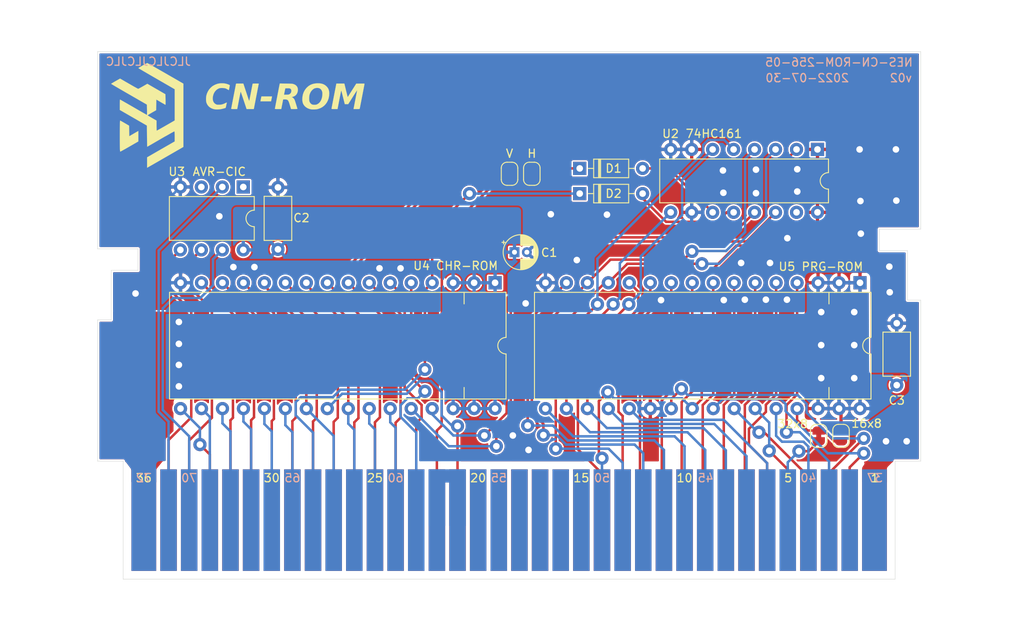
<source format=kicad_pcb>
(kicad_pcb (version 20171130) (host pcbnew "(5.1.9)-1")
  (title_block (title "NES-CN-ROM-256-05 PCB") (date 2022-07-30) (rev v02) (comment 1 "License: https://creativecommons.org/licenses/by-sa/4.0/") (comment 4 "Author: G. Thompson"))
  (layers (0 F.Cu signal) (31 B.Cu signal) (34 B.Paste user) (35 F.Paste user) (36 B.SilkS user) (37 F.SilkS user) (38 B.Mask user) (39 F.Mask user) (44 Edge.Cuts user))
  (net 0 "")
  (net 1 +5V)
  (net 2 GND)
  (net 3 "Net-(D1-Pad2)")
  (net 4 PPU_A10)
  (net 5 PPU_A12)
  (net 6 "Net-(D2-Pad2)")
  (net 7 CPU_A11)
  (net 8 CPU_A10)
  (net 9 CPU_A9)
  (net 10 CPU_A8)
  (net 11 CPU_A7)
  (net 12 CPU_A6)
  (net 13 CPU_A5)
  (net 14 CPU_A4)
  (net 15 CPU_A3)
  (net 16 CPU_A2)
  (net 17 CPU_A1)
  (net 18 CPU_A0)
  (net 19 CPU_RW)
  (net 20 PPU_RD)
  (net 21 CIRAM_A10)
  (net 22 PPU_A6)
  (net 23 PPU_A5)
  (net 24 PPU_A4)
  (net 25 PPU_A3)
  (net 26 PPU_A2)
  (net 27 PPU_A1)
  (net 28 PPU_A0)
  (net 29 PPU_AD0)
  (net 30 PPU_AD1)
  (net 31 PPU_AD2)
  (net 32 PPU_AD3)
  (net 33 CIC_OUT)
  (net 34 CIC_IN)
  (net 35 CIC_CLK)
  (net 36 CIC_RST)
  (net 37 PPU_AD4)
  (net 38 PPU_AD5)
  (net 39 PPU_AD6)
  (net 40 PPU_AD7)
  (net 41 PPU_A13)
  (net 42 PPU_A11)
  (net 43 PPU_A9)
  (net 44 PPU_A8)
  (net 45 PPU_A7)
  (net 46 ROMSEL)
  (net 47 CPU_D0)
  (net 48 CPU_D1)
  (net 49 CPU_D2)
  (net 50 CPU_D3)
  (net 51 CPU_D4)
  (net 52 CPU_D5)
  (net 53 CPU_D6)
  (net 54 CPU_D7)
  (net 55 CPU_A14)
  (net 56 CPU_A13)
  (net 57 CPU_A12)
  (net 58 /PRG_A14)
  (net 59 /CHR_A13)
  (net 60 /CHR_A14)
  (net 61 "Net-(EDGE1-Pad57)")
  (module logo:cnrom_text (layer F.Cu) (at 136 66.45)
    (fp_text reference G3 hide)
    (fp_text value LOGO hide)
  )
  (module logo:flash_logo (layer F.Cu) (at 119.4 69.45)
    (fp_text reference G1 hide)
    (fp_text value LOGO hide)
  )
  (module logo:flash_negative_logo (layer F.Cu) (at 119.4 69.45)
    (fp_text reference G2 hide)
    (fp_text value LOGO hide)
  )
  (module nes_cartridge:cartridge_edge_72 (layer F.Cu) (at 116.5 125)
    (fp_text reference EDGE1)
    (fp_text value "Cartridge Connector")
    (pad 38 smd rect (at 88 -7.15) (size 2 12.3) (layers B.Cu))
    (pad 39 smd rect (at 85.5 -7.15) (size 2 12.3) (layers B.Cu) (net 57 CPU_A12))
    (pad 40 smd rect (at 83 -7.15) (size 2 12.3) (layers B.Cu) (net 56 CPU_A13))
    (pad 41 smd rect (at 80.5 -7.15) (size 2 12.3) (layers B.Cu) (net 55 CPU_A14))
    (pad 42 smd rect (at 78 -7.15) (size 2 12.3) (layers B.Cu) (net 54 CPU_D7))
    (pad 43 smd rect (at 75.5 -7.15) (size 2 12.3) (layers B.Cu) (net 53 CPU_D6))
    (pad 44 smd rect (at 73 -7.15) (size 2 12.3) (layers B.Cu) (net 52 CPU_D5))
    (pad 45 smd rect (at 70.5 -7.15) (size 2 12.3) (layers B.Cu) (net 51 CPU_D4))
    (pad 46 smd rect (at 68 -7.15) (size 2 12.3) (layers B.Cu) (net 50 CPU_D3))
    (pad 47 smd rect (at 65.5 -7.15) (size 2 12.3) (layers B.Cu) (net 49 CPU_D2))
    (pad 48 smd rect (at 63 -7.15) (size 2 12.3) (layers B.Cu) (net 48 CPU_D1))
    (pad 49 smd rect (at 60.5 -7.15) (size 2 12.3) (layers B.Cu) (net 47 CPU_D0))
    (pad 50 smd rect (at 58 -7.15) (size 2 12.3) (layers B.Cu) (net 46 ROMSEL))
    (pad 51 smd rect (at 55.5 -7.15) (size 2 12.3) (layers B.Cu))
    (pad 52 smd rect (at 53 -7.15) (size 2 12.3) (layers B.Cu))
    (pad 53 smd rect (at 50.5 -7.15) (size 2 12.3) (layers B.Cu))
    (pad 54 smd rect (at 48 -7.15) (size 2 12.3) (layers B.Cu))
    (pad 55 smd rect (at 45.5 -7.15) (size 2 12.3) (layers B.Cu))
    (pad 56 smd rect (at 43 -7.15) (size 2 12.3) (layers B.Cu))
    (pad 57 smd rect (at 40.5 -7.15) (size 2 12.3) (layers B.Cu) (net 61 "Net-(EDGE1-Pad57)"))
    (pad 58 smd rect (at 38 -7.15) (size 2 12.3) (layers B.Cu) (net 61 "Net-(EDGE1-Pad57)"))
    (pad 59 smd rect (at 35.5 -7.15) (size 2 12.3) (layers B.Cu) (net 45 PPU_A7))
    (pad 60 smd rect (at 33 -7.15) (size 2 12.3) (layers B.Cu) (net 44 PPU_A8))
    (pad 61 smd rect (at 30.5 -7.15) (size 2 12.3) (layers B.Cu) (net 43 PPU_A9))
    (pad 62 smd rect (at 28 -7.15) (size 2 12.3) (layers B.Cu) (net 42 PPU_A11))
    (pad 63 smd rect (at 25.5 -7.15) (size 2 12.3) (layers B.Cu) (net 4 PPU_A10))
    (pad 64 smd rect (at 23 -7.15) (size 2 12.3) (layers B.Cu) (net 5 PPU_A12))
    (pad 65 smd rect (at 20.5 -7.15) (size 2 12.3) (layers B.Cu) (net 41 PPU_A13))
    (pad 66 smd rect (at 18 -7.15) (size 2 12.3) (layers B.Cu) (net 40 PPU_AD7))
    (pad 67 smd rect (at 15.5 -7.15) (size 2 12.3) (layers B.Cu) (net 39 PPU_AD6))
    (pad 68 smd rect (at 13 -7.15) (size 2 12.3) (layers B.Cu) (net 38 PPU_AD5))
    (pad 69 smd rect (at 10.5 -7.15) (size 2 12.3) (layers B.Cu) (net 37 PPU_AD4))
    (pad 70 smd rect (at 8 -7.15) (size 2 12.3) (layers B.Cu) (net 36 CIC_RST))
    (pad 71 smd rect (at 5.5 -7.15) (size 2 12.3) (layers B.Cu) (net 35 CIC_CLK))
    (pad 37 smd rect (at 91 -7.15) (size 3 12.3) (layers B.Cu))
    (pad 1 smd rect (at 91 -7.15) (size 3 12.3) (layers F.Cu) (net 2 GND))
    (pad 35 smd rect (at 5.5 -7.15 180) (size 2 12.3) (layers F.Cu) (net 34 CIC_IN))
    (pad 34 smd rect (at 8 -7.15 180) (size 2 12.3) (layers F.Cu) (net 33 CIC_OUT))
    (pad 33 smd rect (at 10.5 -7.15 180) (size 2 12.3) (layers F.Cu) (net 32 PPU_AD3))
    (pad 32 smd rect (at 13 -7.15 180) (size 2 12.3) (layers F.Cu) (net 31 PPU_AD2))
    (pad 31 smd rect (at 15.5 -7.15 180) (size 2 12.3) (layers F.Cu) (net 30 PPU_AD1))
    (pad 30 smd rect (at 18 -7.15 180) (size 2 12.3) (layers F.Cu) (net 29 PPU_AD0))
    (pad 29 smd rect (at 20.5 -7.15 180) (size 2 12.3) (layers F.Cu) (net 28 PPU_A0))
    (pad 28 smd rect (at 23 -7.15 180) (size 2 12.3) (layers F.Cu) (net 27 PPU_A1))
    (pad 27 smd rect (at 25.5 -7.15 180) (size 2 12.3) (layers F.Cu) (net 26 PPU_A2))
    (pad 26 smd rect (at 28 -7.15 180) (size 2 12.3) (layers F.Cu) (net 25 PPU_A3))
    (pad 25 smd rect (at 30.5 -7.15 180) (size 2 12.3) (layers F.Cu) (net 24 PPU_A4))
    (pad 24 smd rect (at 33 -7.15 180) (size 2 12.3) (layers F.Cu) (net 23 PPU_A5))
    (pad 23 smd rect (at 35.5 -7.15 180) (size 2 12.3) (layers F.Cu) (net 22 PPU_A6))
    (pad 22 smd rect (at 38 -7.15 180) (size 2 12.3) (layers F.Cu) (net 21 CIRAM_A10))
    (pad 21 smd rect (at 40.5 -7.15 180) (size 2 12.3) (layers F.Cu) (net 20 PPU_RD))
    (pad 20 smd rect (at 43 -7.15 180) (size 2 12.3) (layers F.Cu))
    (pad 19 smd rect (at 45.5 -7.15 180) (size 2 12.3) (layers F.Cu))
    (pad 18 smd rect (at 48 -7.15 180) (size 2 12.3) (layers F.Cu))
    (pad 17 smd rect (at 50.5 -7.15 180) (size 2 12.3) (layers F.Cu))
    (pad 16 smd rect (at 53 -7.15 180) (size 2 12.3) (layers F.Cu))
    (pad 15 smd rect (at 55.5 -7.15 180) (size 2 12.3) (layers F.Cu))
    (pad 14 smd rect (at 58 -7.15 180) (size 2 12.3) (layers F.Cu) (net 19 CPU_RW))
    (pad 13 smd rect (at 60.5 -7.15 180) (size 2 12.3) (layers F.Cu) (net 18 CPU_A0))
    (pad 12 smd rect (at 63 -7.15 180) (size 2 12.3) (layers F.Cu) (net 17 CPU_A1))
    (pad 11 smd rect (at 65.5 -7.15 180) (size 2 12.3) (layers F.Cu) (net 16 CPU_A2))
    (pad 10 smd rect (at 68 -7.15 180) (size 2 12.3) (layers F.Cu) (net 15 CPU_A3))
    (pad 9 smd rect (at 70.5 -7.15 180) (size 2 12.3) (layers F.Cu) (net 14 CPU_A4))
    (pad 8 smd rect (at 73 -7.15 180) (size 2 12.3) (layers F.Cu) (net 13 CPU_A5))
    (pad 7 smd rect (at 75.5 -7.15 180) (size 2 12.3) (layers F.Cu) (net 12 CPU_A6))
    (pad 6 smd rect (at 78 -7.15 180) (size 2 12.3) (layers F.Cu) (net 11 CPU_A7))
    (pad 5 smd rect (at 80.5 -7.15 180) (size 2 12.3) (layers F.Cu) (net 10 CPU_A8))
    (pad 4 smd rect (at 83 -7.15 180) (size 2 12.3) (layers F.Cu) (net 9 CPU_A9))
    (pad 3 smd rect (at 85.5 -7.15 180) (size 2 12.3) (layers F.Cu) (net 8 CPU_A10))
    (pad 2 smd rect (at 88 -7.15 180) (size 2 12.3) (layers F.Cu) (net 7 CPU_A11))
    (pad 36 smd rect (at 2.5 -7.15) (size 3 12.3) (layers F.Cu) (net 1 +5V))
    (pad 72 smd rect (at 2.5 -7.15) (size 3 12.3) (layers B.Cu) (net 2 GND))
  )
  (module Capacitor_THT:CP_Radial_D4.0mm_P1.50mm (layer F.Cu) (at 163.9 85.4)
    (fp_text reference C1 (at 4.2 0.05) (layer F.SilkS))
    (fp_text value 22uF)
    (pad 1 thru_hole rect (at 0 0) (size 1.2 1.2) (drill 0.6) (layers *.Cu *.Mask) (net 1 +5V))
    (pad 2 thru_hole circle (at 1.5 0) (size 1.2 1.2) (drill 0.6) (layers *.Cu *.Mask) (net 2 GND))
  )
  (module Capacitor_THT:C_Axial_L5.1mm_D3.1mm_P7.50mm_Horizontal (layer F.Cu) (at 135.25 85.05 90)
    (fp_text reference C2 (at 3.8 2.85 180) (layer F.SilkS))
    (fp_text value 10nF)
    (pad 2 thru_hole oval (at 7.5 0 90) (size 1.6 1.6) (drill 0.8) (layers *.Cu *.Mask) (net 2 GND))
    (pad 1 thru_hole circle (at 0 0 90) (size 1.6 1.6) (drill 0.8) (layers *.Cu *.Mask) (net 1 +5V))
  )
  (module Capacitor_THT:C_Axial_L5.1mm_D3.1mm_P7.50mm_Horizontal (layer F.Cu) (at 210.2 101.5 90)
    (fp_text reference C3 (at -1.85 0 180) (layer F.SilkS))
    (fp_text value 10nF)
    (pad 1 thru_hole circle (at 0 0 90) (size 1.6 1.6) (drill 0.8) (layers *.Cu *.Mask) (net 1 +5V))
    (pad 2 thru_hole oval (at 7.5 0 90) (size 1.6 1.6) (drill 0.8) (layers *.Cu *.Mask) (net 2 GND))
  )
  (module Diode_THT:D_DO-35_SOD27_P7.62mm_Horizontal (layer F.Cu) (at 171.8 75.25)
    (fp_text reference D1 (at 4.1 0) (layer F.SilkS))
    (fp_text value 1N4148)
    (pad 2 thru_hole oval (at 7.62 0) (size 1.6 1.6) (drill 0.8) (layers *.Cu *.Mask) (net 3 "Net-(D1-Pad2)"))
    (pad 1 thru_hole rect (at 0 0) (size 1.6 1.6) (drill 0.8) (layers *.Cu *.Mask) (net 4 PPU_A10))
  )
  (module Diode_THT:D_DO-35_SOD27_P7.62mm_Horizontal (layer F.Cu) (at 171.8 78.3)
    (fp_text reference D2 (at 4.1 0) (layer F.SilkS))
    (fp_text value 1N4148)
    (pad 1 thru_hole rect (at 0 0) (size 1.6 1.6) (drill 0.8) (layers *.Cu *.Mask) (net 5 PPU_A12))
    (pad 2 thru_hole oval (at 7.62 0) (size 1.6 1.6) (drill 0.8) (layers *.Cu *.Mask) (net 6 "Net-(D2-Pad2)"))
  )
  (module Package_DIP:DIP-16_W7.62mm (layer F.Cu) (at 200.6 72.95 270)
    (fp_text reference U2 (at -1.9 17.8 180) (layer F.SilkS))
    (fp_text value 74HC161 (at -1.9 12.55 180) (layer F.SilkS))
    (pad 16 thru_hole oval (at 7.62 0 270) (size 1.6 1.6) (drill 0.8) (layers *.Cu *.Mask) (net 1 +5V))
    (pad 8 thru_hole oval (at 0 17.78 270) (size 1.6 1.6) (drill 0.8) (layers *.Cu *.Mask) (net 2 GND))
    (pad 15 thru_hole oval (at 7.62 2.54 270) (size 1.6 1.6) (drill 0.8) (layers *.Cu *.Mask))
    (pad 7 thru_hole oval (at 0 15.24 270) (size 1.6 1.6) (drill 0.8) (layers *.Cu *.Mask) (net 2 GND))
    (pad 14 thru_hole oval (at 7.62 5.08 270) (size 1.6 1.6) (drill 0.8) (layers *.Cu *.Mask) (net 59 /CHR_A13))
    (pad 6 thru_hole oval (at 0 12.7 270) (size 1.6 1.6) (drill 0.8) (layers *.Cu *.Mask) (net 52 CPU_D5))
    (pad 13 thru_hole oval (at 7.62 7.62 270) (size 1.6 1.6) (drill 0.8) (layers *.Cu *.Mask) (net 60 /CHR_A14))
    (pad 5 thru_hole oval (at 0 10.16 270) (size 1.6 1.6) (drill 0.8) (layers *.Cu *.Mask) (net 51 CPU_D4))
    (pad 12 thru_hole oval (at 7.62 10.16 270) (size 1.6 1.6) (drill 0.8) (layers *.Cu *.Mask) (net 6 "Net-(D2-Pad2)"))
    (pad 4 thru_hole oval (at 0 7.62 270) (size 1.6 1.6) (drill 0.8) (layers *.Cu *.Mask) (net 48 CPU_D1))
    (pad 11 thru_hole oval (at 7.62 12.7 270) (size 1.6 1.6) (drill 0.8) (layers *.Cu *.Mask) (net 3 "Net-(D1-Pad2)"))
    (pad 3 thru_hole oval (at 0 5.08 270) (size 1.6 1.6) (drill 0.8) (layers *.Cu *.Mask) (net 47 CPU_D0))
    (pad 10 thru_hole oval (at 7.62 15.24 270) (size 1.6 1.6) (drill 0.8) (layers *.Cu *.Mask) (net 2 GND))
    (pad 2 thru_hole oval (at 0 2.54 270) (size 1.6 1.6) (drill 0.8) (layers *.Cu *.Mask) (net 46 ROMSEL))
    (pad 9 thru_hole oval (at 7.62 17.78 270) (size 1.6 1.6) (drill 0.8) (layers *.Cu *.Mask) (net 19 CPU_RW))
    (pad 1 thru_hole rect (at 0 0 270) (size 1.6 1.6) (drill 0.8) (layers *.Cu *.Mask) (net 1 +5V))
  )
  (module Package_DIP:DIP-8_W7.62mm (layer F.Cu) (at 131.05 77.5 270)
    (fp_text reference U3 (at -1.85 8.05 180) (layer F.SilkS))
    (fp_text value ATtiny13A-PU)
    (pad 1 thru_hole rect (at 0 0 270) (size 1.6 1.6) (drill 0.8) (layers *.Cu *.Mask))
    (pad 5 thru_hole oval (at 7.62 7.62 270) (size 1.6 1.6) (drill 0.8) (layers *.Cu *.Mask) (net 34 CIC_IN))
    (pad 2 thru_hole oval (at 0 2.54 270) (size 1.6 1.6) (drill 0.8) (layers *.Cu *.Mask) (net 35 CIC_CLK))
    (pad 6 thru_hole oval (at 7.62 5.08 270) (size 1.6 1.6) (drill 0.8) (layers *.Cu *.Mask) (net 33 CIC_OUT))
    (pad 3 thru_hole oval (at 0 5.08 270) (size 1.6 1.6) (drill 0.8) (layers *.Cu *.Mask))
    (pad 7 thru_hole oval (at 7.62 2.54 270) (size 1.6 1.6) (drill 0.8) (layers *.Cu *.Mask) (net 36 CIC_RST))
    (pad 4 thru_hole oval (at 0 7.62 270) (size 1.6 1.6) (drill 0.8) (layers *.Cu *.Mask) (net 2 GND))
    (pad 8 thru_hole oval (at 7.62 0 270) (size 1.6 1.6) (drill 0.8) (layers *.Cu *.Mask) (net 1 +5V))
  )
  (module Jumper:SolderJumper-2_P1.3mm_Bridged_RoundedPad1.0x1.5mm (layer F.Cu) (at 200.75 107.65 90)
    (fp_text reference JP1)
    (fp_text value 32x8 (at 1.45 -3.15 180) (layer F.SilkS))
    (fp_poly (pts (xy 0.25 -0.3) (xy -0.25 -0.3) (xy -0.25 0.3) (xy 0.25 0.3)) (layer F.Cu) (width 0))
    (pad 2 smd custom (at 0.65 0 90) (size 1 0.5) (layers F.Cu F.Mask) (net 58 /PRG_A14) (options (clearance outline) (anchor rect)) (primitives (gr_circle (center 0 0.25) (end 0.5 0.25) (width 0)) (gr_circle (center 0 -0.25) (end 0.5 -0.25) (width 0)) (gr_poly (pts (xy 0 -0.75) (xy -0.5 -0.75) (xy -0.5 0.75) (xy 0 0.75)) (width 0))))
    (pad 1 smd custom (at -0.65 0 90) (size 1 0.5) (layers F.Cu F.Mask) (net 55 CPU_A14) (options (clearance outline) (anchor rect)) (primitives (gr_circle (center 0 0.25) (end 0.5 0.25) (width 0)) (gr_circle (center 0 -0.25) (end 0.5 -0.25) (width 0)) (gr_poly (pts (xy 0 -0.75) (xy 0.5 -0.75) (xy 0.5 0.75) (xy 0 0.75)) (width 0))))
  )
  (module Jumper:SolderJumper-2_P1.3mm_Open_RoundedPad1.0x1.5mm (layer F.Cu) (at 203.45 107.65 270)
    (fp_text reference JP2)
    (fp_text value 16x8 (at -1.5 -3.1 180) (layer F.SilkS))
    (pad 1 smd custom (at -0.65 0 270) (size 1 0.5) (layers F.Cu F.Mask) (net 1 +5V) (options (clearance outline) (anchor rect)) (primitives (gr_circle (center 0 0.25) (end 0.5 0.25) (width 0)) (gr_circle (center 0 -0.25) (end 0.5 -0.25) (width 0)) (gr_poly (pts (xy 0 -0.75) (xy 0.5 -0.75) (xy 0.5 0.75) (xy 0 0.75)) (width 0))))
    (pad 2 smd custom (at 0.65 0 270) (size 1 0.5) (layers F.Cu F.Mask) (net 58 /PRG_A14) (options (clearance outline) (anchor rect)) (primitives (gr_circle (center 0 0.25) (end 0.5 0.25) (width 0)) (gr_circle (center 0 -0.25) (end 0.5 -0.25) (width 0)) (gr_poly (pts (xy 0 -0.75) (xy -0.5 -0.75) (xy -0.5 0.75) (xy 0 0.75)) (width 0))))
  )
  (module Jumper:SolderJumper-2_P1.3mm_Open_RoundedPad1.0x1.5mm (layer F.Cu) (at 166 75.9 270)
    (fp_text reference JP3)
    (fp_text value H (at -2.45 0 180) (layer F.SilkS))
    (pad 1 smd custom (at -0.65 0 270) (size 1 0.5) (layers F.Cu F.Mask) (net 4 PPU_A10) (options (clearance outline) (anchor rect)) (primitives (gr_circle (center 0 0.25) (end 0.5 0.25) (width 0)) (gr_circle (center 0 -0.25) (end 0.5 -0.25) (width 0)) (gr_poly (pts (xy 0 -0.75) (xy 0.5 -0.75) (xy 0.5 0.75) (xy 0 0.75)) (width 0))))
    (pad 2 smd custom (at 0.65 0 270) (size 1 0.5) (layers F.Cu F.Mask) (net 21 CIRAM_A10) (options (clearance outline) (anchor rect)) (primitives (gr_circle (center 0 0.25) (end 0.5 0.25) (width 0)) (gr_circle (center 0 -0.25) (end 0.5 -0.25) (width 0)) (gr_poly (pts (xy 0 -0.75) (xy -0.5 -0.75) (xy -0.5 0.75) (xy 0 0.75)) (width 0))))
  )
  (module Jumper:SolderJumper-2_P1.3mm_Open_RoundedPad1.0x1.5mm (layer F.Cu) (at 163.3 75.9 270)
    (fp_text reference JP4)
    (fp_text value V (at -2.45 0 180) (layer F.SilkS))
    (pad 1 smd custom (at -0.65 0 270) (size 1 0.5) (layers F.Cu F.Mask) (net 42 PPU_A11) (options (clearance outline) (anchor rect)) (primitives (gr_circle (center 0 0.25) (end 0.5 0.25) (width 0)) (gr_circle (center 0 -0.25) (end 0.5 -0.25) (width 0)) (gr_poly (pts (xy 0 -0.75) (xy 0.5 -0.75) (xy 0.5 0.75) (xy 0 0.75)) (width 0))))
    (pad 2 smd custom (at 0.65 0 270) (size 1 0.5) (layers F.Cu F.Mask) (net 21 CIRAM_A10) (options (clearance outline) (anchor rect)) (primitives (gr_circle (center 0 0.25) (end 0.5 0.25) (width 0)) (gr_circle (center 0 -0.25) (end 0.5 -0.25) (width 0)) (gr_poly (pts (xy 0 -0.75) (xy -0.5 -0.75) (xy -0.5 0.75) (xy 0 0.75)) (width 0))))
  )
  (module Package_DIP:DIP-32_W15.24mm (layer F.Cu) (at 161.55 89.1 270)
    (fp_text reference U4 (at -2.05 8.9 180) (layer F.SilkS))
    (fp_text value CHR-ROM (at -2.05 3.4) (layer F.SilkS))
    (pad 1 thru_hole rect (at 0 0 270) (size 1.6 1.6) (drill 0.8) (layers *.Cu *.Mask) (net 1 +5V))
    (pad 17 thru_hole oval (at 15.24 38.1 270) (size 1.6 1.6) (drill 0.8) (layers *.Cu *.Mask) (net 32 PPU_AD3))
    (pad 2 thru_hole oval (at 0 2.54 270) (size 1.6 1.6) (drill 0.8) (layers *.Cu *.Mask) (net 1 +5V))
    (pad 18 thru_hole oval (at 15.24 35.56 270) (size 1.6 1.6) (drill 0.8) (layers *.Cu *.Mask) (net 37 PPU_AD4))
    (pad 3 thru_hole oval (at 0 5.08 270) (size 1.6 1.6) (drill 0.8) (layers *.Cu *.Mask) (net 1 +5V))
    (pad 19 thru_hole oval (at 15.24 33.02 270) (size 1.6 1.6) (drill 0.8) (layers *.Cu *.Mask) (net 38 PPU_AD5))
    (pad 4 thru_hole oval (at 0 7.62 270) (size 1.6 1.6) (drill 0.8) (layers *.Cu *.Mask) (net 5 PPU_A12))
    (pad 20 thru_hole oval (at 15.24 30.48 270) (size 1.6 1.6) (drill 0.8) (layers *.Cu *.Mask) (net 39 PPU_AD6))
    (pad 5 thru_hole oval (at 0 10.16 270) (size 1.6 1.6) (drill 0.8) (layers *.Cu *.Mask) (net 45 PPU_A7))
    (pad 21 thru_hole oval (at 15.24 27.94 270) (size 1.6 1.6) (drill 0.8) (layers *.Cu *.Mask) (net 40 PPU_AD7))
    (pad 6 thru_hole oval (at 0 12.7 270) (size 1.6 1.6) (drill 0.8) (layers *.Cu *.Mask) (net 22 PPU_A6))
    (pad 22 thru_hole oval (at 15.24 25.4 270) (size 1.6 1.6) (drill 0.8) (layers *.Cu *.Mask) (net 41 PPU_A13))
    (pad 7 thru_hole oval (at 0 15.24 270) (size 1.6 1.6) (drill 0.8) (layers *.Cu *.Mask) (net 23 PPU_A5))
    (pad 23 thru_hole oval (at 15.24 22.86 270) (size 1.6 1.6) (drill 0.8) (layers *.Cu *.Mask) (net 4 PPU_A10))
    (pad 8 thru_hole oval (at 0 17.78 270) (size 1.6 1.6) (drill 0.8) (layers *.Cu *.Mask) (net 24 PPU_A4))
    (pad 24 thru_hole oval (at 15.24 20.32 270) (size 1.6 1.6) (drill 0.8) (layers *.Cu *.Mask) (net 20 PPU_RD))
    (pad 9 thru_hole oval (at 0 20.32 270) (size 1.6 1.6) (drill 0.8) (layers *.Cu *.Mask) (net 25 PPU_A3))
    (pad 25 thru_hole oval (at 15.24 17.78 270) (size 1.6 1.6) (drill 0.8) (layers *.Cu *.Mask) (net 42 PPU_A11))
    (pad 10 thru_hole oval (at 0 22.86 270) (size 1.6 1.6) (drill 0.8) (layers *.Cu *.Mask) (net 26 PPU_A2))
    (pad 26 thru_hole oval (at 15.24 15.24 270) (size 1.6 1.6) (drill 0.8) (layers *.Cu *.Mask) (net 43 PPU_A9))
    (pad 11 thru_hole oval (at 0 25.4 270) (size 1.6 1.6) (drill 0.8) (layers *.Cu *.Mask) (net 27 PPU_A1))
    (pad 27 thru_hole oval (at 15.24 12.7 270) (size 1.6 1.6) (drill 0.8) (layers *.Cu *.Mask) (net 44 PPU_A8))
    (pad 12 thru_hole oval (at 0 27.94 270) (size 1.6 1.6) (drill 0.8) (layers *.Cu *.Mask) (net 28 PPU_A0))
    (pad 28 thru_hole oval (at 15.24 10.16 270) (size 1.6 1.6) (drill 0.8) (layers *.Cu *.Mask) (net 59 /CHR_A13))
    (pad 13 thru_hole oval (at 0 30.48 270) (size 1.6 1.6) (drill 0.8) (layers *.Cu *.Mask) (net 29 PPU_AD0))
    (pad 29 thru_hole oval (at 15.24 7.62 270) (size 1.6 1.6) (drill 0.8) (layers *.Cu *.Mask) (net 60 /CHR_A14))
    (pad 14 thru_hole oval (at 0 33.02 270) (size 1.6 1.6) (drill 0.8) (layers *.Cu *.Mask) (net 30 PPU_AD1))
    (pad 30 thru_hole oval (at 15.24 5.08 270) (size 1.6 1.6) (drill 0.8) (layers *.Cu *.Mask) (net 1 +5V))
    (pad 15 thru_hole oval (at 0 35.56 270) (size 1.6 1.6) (drill 0.8) (layers *.Cu *.Mask) (net 31 PPU_AD2))
    (pad 31 thru_hole oval (at 15.24 2.54 270) (size 1.6 1.6) (drill 0.8) (layers *.Cu *.Mask) (net 1 +5V))
    (pad 16 thru_hole oval (at 0 38.1 270) (size 1.6 1.6) (drill 0.8) (layers *.Cu *.Mask) (net 2 GND))
    (pad 32 thru_hole oval (at 15.24 0 270) (size 1.6 1.6) (drill 0.8) (layers *.Cu *.Mask) (net 1 +5V))
  )
  (module Package_DIP:DIP-32_W15.24mm (layer F.Cu) (at 205.75 89.1 270)
    (fp_text reference U5 (at -1.95 8.85 180) (layer F.SilkS))
    (fp_text value PRG-ROM (at -1.95 3.35 180) (layer F.SilkS))
    (pad 32 thru_hole oval (at 15.24 0 270) (size 1.6 1.6) (drill 0.8) (layers *.Cu *.Mask) (net 1 +5V))
    (pad 16 thru_hole oval (at 0 38.1 270) (size 1.6 1.6) (drill 0.8) (layers *.Cu *.Mask) (net 2 GND))
    (pad 31 thru_hole oval (at 15.24 2.54 270) (size 1.6 1.6) (drill 0.8) (layers *.Cu *.Mask) (net 1 +5V))
    (pad 15 thru_hole oval (at 0 35.56 270) (size 1.6 1.6) (drill 0.8) (layers *.Cu *.Mask) (net 49 CPU_D2))
    (pad 30 thru_hole oval (at 15.24 5.08 270) (size 1.6 1.6) (drill 0.8) (layers *.Cu *.Mask) (net 1 +5V))
    (pad 14 thru_hole oval (at 0 33.02 270) (size 1.6 1.6) (drill 0.8) (layers *.Cu *.Mask) (net 48 CPU_D1))
    (pad 29 thru_hole oval (at 15.24 7.62 270) (size 1.6 1.6) (drill 0.8) (layers *.Cu *.Mask) (net 58 /PRG_A14))
    (pad 13 thru_hole oval (at 0 30.48 270) (size 1.6 1.6) (drill 0.8) (layers *.Cu *.Mask) (net 47 CPU_D0))
    (pad 28 thru_hole oval (at 15.24 10.16 270) (size 1.6 1.6) (drill 0.8) (layers *.Cu *.Mask) (net 56 CPU_A13))
    (pad 12 thru_hole oval (at 0 27.94 270) (size 1.6 1.6) (drill 0.8) (layers *.Cu *.Mask) (net 18 CPU_A0))
    (pad 27 thru_hole oval (at 15.24 12.7 270) (size 1.6 1.6) (drill 0.8) (layers *.Cu *.Mask) (net 10 CPU_A8))
    (pad 11 thru_hole oval (at 0 25.4 270) (size 1.6 1.6) (drill 0.8) (layers *.Cu *.Mask) (net 17 CPU_A1))
    (pad 26 thru_hole oval (at 15.24 15.24 270) (size 1.6 1.6) (drill 0.8) (layers *.Cu *.Mask) (net 9 CPU_A9))
    (pad 10 thru_hole oval (at 0 22.86 270) (size 1.6 1.6) (drill 0.8) (layers *.Cu *.Mask) (net 16 CPU_A2))
    (pad 25 thru_hole oval (at 15.24 17.78 270) (size 1.6 1.6) (drill 0.8) (layers *.Cu *.Mask) (net 7 CPU_A11))
    (pad 9 thru_hole oval (at 0 20.32 270) (size 1.6 1.6) (drill 0.8) (layers *.Cu *.Mask) (net 15 CPU_A3))
    (pad 24 thru_hole oval (at 15.24 20.32 270) (size 1.6 1.6) (drill 0.8) (layers *.Cu *.Mask) (net 46 ROMSEL))
    (pad 8 thru_hole oval (at 0 17.78 270) (size 1.6 1.6) (drill 0.8) (layers *.Cu *.Mask) (net 14 CPU_A4))
    (pad 23 thru_hole oval (at 15.24 22.86 270) (size 1.6 1.6) (drill 0.8) (layers *.Cu *.Mask) (net 8 CPU_A10))
    (pad 7 thru_hole oval (at 0 15.24 270) (size 1.6 1.6) (drill 0.8) (layers *.Cu *.Mask) (net 13 CPU_A5))
    (pad 22 thru_hole oval (at 15.24 25.4 270) (size 1.6 1.6) (drill 0.8) (layers *.Cu *.Mask) (net 2 GND))
    (pad 6 thru_hole oval (at 0 12.7 270) (size 1.6 1.6) (drill 0.8) (layers *.Cu *.Mask) (net 12 CPU_A6))
    (pad 21 thru_hole oval (at 15.24 27.94 270) (size 1.6 1.6) (drill 0.8) (layers *.Cu *.Mask) (net 54 CPU_D7))
    (pad 5 thru_hole oval (at 0 10.16 270) (size 1.6 1.6) (drill 0.8) (layers *.Cu *.Mask) (net 11 CPU_A7))
    (pad 20 thru_hole oval (at 15.24 30.48 270) (size 1.6 1.6) (drill 0.8) (layers *.Cu *.Mask) (net 53 CPU_D6))
    (pad 4 thru_hole oval (at 0 7.62 270) (size 1.6 1.6) (drill 0.8) (layers *.Cu *.Mask) (net 57 CPU_A12))
    (pad 19 thru_hole oval (at 15.24 33.02 270) (size 1.6 1.6) (drill 0.8) (layers *.Cu *.Mask) (net 52 CPU_D5))
    (pad 3 thru_hole oval (at 0 5.08 270) (size 1.6 1.6) (drill 0.8) (layers *.Cu *.Mask) (net 1 +5V))
    (pad 18 thru_hole oval (at 15.24 35.56 270) (size 1.6 1.6) (drill 0.8) (layers *.Cu *.Mask) (net 51 CPU_D4))
    (pad 2 thru_hole oval (at 0 2.54 270) (size 1.6 1.6) (drill 0.8) (layers *.Cu *.Mask) (net 1 +5V))
    (pad 17 thru_hole oval (at 15.24 38.1 270) (size 1.6 1.6) (drill 0.8) (layers *.Cu *.Mask) (net 50 CPU_D3))
    (pad 1 thru_hole rect (at 0 0 270) (size 1.6 1.6) (drill 0.8) (layers *.Cu *.Mask) (net 1 +5V))
  )
  (gr_text 2022-07-30 (at 199.35 64.3) (layer B.SilkS) (effects (font (size 1 1)) (justify mirror)))
  (gr_line (start 201.99 90.26) (end 201.99 91.66) (layer F.SilkS) (width 0.12))
  (gr_line (start 201.99 101.78) (end 201.99 103.18) (layer F.SilkS) (width 0.12))
  (gr_line (start 157.8 101.78) (end 157.8 103.18) (layer F.SilkS) (width 0.12))
  (gr_line (start 157.8 90.26) (end 157.8 91.66) (layer F.SilkS) (width 0.12))
  (gr_line (start 113.4 85) (end 113.4 61.1) (layer Edge.Cuts) (width 0.05))
  (gr_line (start 113.4 85) (end 118.3 85) (layer Edge.Cuts) (width 0.05))
  (gr_text v02 (at 210.7 64.3) (layer B.SilkS) (effects (font (size 1 1)) (justify mirror)))
  (gr_text JLCJLCJLCJLC (at 119.55 62.3) (layer B.SilkS) (effects (font (size 1 1)) (justify mirror)))
  (gr_text NES-CN-ROM-256-05 (at 203.2 62.4) (layer B.SilkS) (effects (font (size 1 1)) (justify mirror)))
  (gr_text 70 (at 124.5 112.75) (layer B.SilkS) (effects (font (size 1 1)) (justify mirror)))
  (gr_text 65 (at 137 112.75) (layer B.SilkS) (effects (font (size 1 1)) (justify mirror)))
  (gr_text 60 (at 149.5 112.75) (layer B.SilkS) (effects (font (size 1 1)) (justify mirror)))
  (gr_text 55 (at 162 112.75) (layer B.SilkS) (effects (font (size 1 1)) (justify mirror)))
  (gr_text 50 (at 174.5 112.75) (layer B.SilkS) (effects (font (size 1 1)) (justify mirror)))
  (gr_text 45 (at 187.05 112.75) (layer B.SilkS) (effects (font (size 1 1)) (justify mirror)))
  (gr_text 40 (at 199.5 112.75) (layer B.SilkS) (effects (font (size 1 1)) (justify mirror)))
  (gr_text 37 (at 207.55 112.75) (layer B.SilkS) (effects (font (size 1 1)) (justify mirror)))
  (gr_text 72 (at 119 112.75) (layer B.SilkS) (effects (font (size 1 1)) (justify mirror)))
  (gr_text 36 (at 119 112.75) (layer F.SilkS) (effects (font (size 1 1))))
  (gr_text 30 (at 134.5 112.75) (layer F.SilkS) (effects (font (size 1 1))))
  (gr_text 25 (at 147 112.75) (layer F.SilkS) (effects (font (size 1 1))))
  (gr_text 20 (at 159.5 112.75) (layer F.SilkS) (effects (font (size 1 1))))
  (gr_text 15 (at 172 112.75) (layer F.SilkS) (effects (font (size 1 1))))
  (gr_text 10 (at 184.5 112.75) (layer F.SilkS) (effects (font (size 1 1))))
  (gr_text 1 (at 207.55 112.75) (layer F.SilkS) (effects (font (size 1 1))))
  (gr_text 5 (at 197.05 112.75) (layer F.SilkS) (effects (font (size 1 1))))
  (gr_text AVR-CIC (at 128.15 75.65) (layer F.SilkS) (effects (font (size 1 1))))
  (gr_line (start 113.4 110.7) (end 116.5 110.7) (layer Edge.Cuts) (width 0.05))
  (gr_line (start 113.4 93.6) (end 113.4 110.7) (layer Edge.Cuts) (width 0.05))
  (gr_line (start 115.05 93.6) (end 113.4 93.6) (layer Edge.Cuts) (width 0.05))
  (gr_line (start 115.05 87.6) (end 115.05 93.6) (layer Edge.Cuts) (width 0.05))
  (gr_line (start 118.3 87.6) (end 115.05 87.6) (layer Edge.Cuts) (width 0.05))
  (gr_line (start 118.3 85) (end 118.3 87.6) (layer Edge.Cuts) (width 0.05))
  (gr_line (start 213.1 61.1) (end 113.4 61.1) (layer Edge.Cuts) (width 0.05))
  (gr_line (start 213.1 82.6) (end 213.1 61.1) (layer Edge.Cuts) (width 0.05))
  (gr_line (start 208.1 82.6) (end 213.1 82.6) (layer Edge.Cuts) (width 0.05))
  (gr_line (start 208.1 85.2) (end 208.1 82.6) (layer Edge.Cuts) (width 0.05))
  (gr_line (start 211.5 85.2) (end 208.1 85.2) (layer Edge.Cuts) (width 0.05))
  (gr_line (start 211.5 91.2) (end 211.5 85.2) (layer Edge.Cuts) (width 0.05))
  (gr_line (start 213.1 91.2) (end 211.5 91.2) (layer Edge.Cuts) (width 0.05))
  (gr_line (start 213.1 110.7) (end 213.1 91.2) (layer Edge.Cuts) (width 0.05))
  (gr_line (start 210 110.7) (end 213.1 110.7) (layer Edge.Cuts) (width 0.05))
  (gr_line (start 210 125) (end 210 110.7) (layer Edge.Cuts) (width 0.05))
  (gr_line (start 116.5 125) (end 210 125) (layer Edge.Cuts) (width 0.05))
  (gr_line (start 116.5 110.7) (end 116.5 125) (layer Edge.Cuts) (width 0.05))
  (via (at 123.25 93.85) (size 1.6) (drill 0.8) (layers F.Cu B.Cu) (net 1))
  (via (at 123.25 96.5) (size 1.6) (drill 0.8) (layers F.Cu B.Cu) (net 1))
  (via (at 123.25 99.05) (size 1.6) (drill 0.8) (layers F.Cu B.Cu) (net 1))
  (via (at 123.25 101.65) (size 1.6) (drill 0.8) (layers F.Cu B.Cu) (net 1))
  (segment (start 119 98.1) (end 123.25 93.85) (width 1.4) (layer F.Cu) (net 1))
  (segment (start 119 117.85) (end 119 98.1) (width 1.4) (layer F.Cu) (net 1))
  (via (at 201.05 92.65) (size 1.6) (drill 0.8) (layers F.Cu B.Cu) (net 1))
  (via (at 205.05 92.65) (size 1.6) (drill 0.8) (layers F.Cu B.Cu) (net 1))
  (via (at 201.05 96.65) (size 1.6) (drill 0.8) (layers F.Cu B.Cu) (net 1))
  (via (at 205.05 96.65) (size 1.6) (drill 0.8) (layers F.Cu B.Cu) (net 1))
  (via (at 201.05 100.65) (size 1.6) (drill 0.8) (layers F.Cu B.Cu) (net 1))
  (via (at 205.05 100.65) (size 1.6) (drill 0.8) (layers F.Cu B.Cu) (net 1))
  (segment (start 203.45 107) (end 203.33 107) (width 0.518) (layer F.Cu) (net 1))
  (segment (start 203.45 104.58) (end 203.21 104.34) (width 0.4) (layer F.Cu) (net 1))
  (segment (start 203.45 107) (end 203.45 104.58) (width 0.4) (layer F.Cu) (net 1))
  (via (at 181.65 91.2) (size 1.6) (drill 0.8) (layers F.Cu B.Cu) (net 2))
  (segment (start 119 81.93) (end 123.43 77.5) (width 0.3) (layer B.Cu) (net 2))
  (segment (start 119 117.85) (end 119 81.93) (width 0.3) (layer B.Cu) (net 2))
  (via (at 198.15 75.35) (size 1.6) (drill 0.8) (layers F.Cu B.Cu) (net 2))
  (via (at 198.15 78.05) (size 1.6) (drill 0.8) (layers F.Cu B.Cu) (net 2))
  (via (at 196.95 83.7) (size 1.6) (drill 0.8) (layers F.Cu B.Cu) (net 2))
  (via (at 194.85 86.7) (size 1.6) (drill 0.8) (layers F.Cu B.Cu) (net 2))
  (via (at 191.35 86.7) (size 1.6) (drill 0.8) (layers F.Cu B.Cu) (net 2))
  (via (at 163.7 107.6) (size 1.6) (drill 0.8) (layers F.Cu B.Cu) (net 2))
  (via (at 165.6 109.35) (size 1.6) (drill 0.8) (layers F.Cu B.Cu) (net 2))
  (via (at 118 90.4) (size 1.6) (drill 0.8) (layers F.Cu B.Cu) (net 2))
  (via (at 150.1 87.35) (size 1.6) (drill 0.8) (layers F.Cu B.Cu) (net 2))
  (via (at 171.45 86.35) (size 1.6) (drill 0.8) (layers F.Cu B.Cu) (net 2))
  (via (at 129.85 87.2) (size 1.6) (drill 0.8) (layers F.Cu B.Cu) (net 2))
  (via (at 132.4 87.2) (size 1.6) (drill 0.8) (layers F.Cu B.Cu) (net 2))
  (via (at 128.15 81.05) (size 1.6) (drill 0.8) (layers F.Cu B.Cu) (net 2))
  (via (at 189.15 75.5) (size 1.6) (drill 0.8) (layers F.Cu B.Cu) (net 2))
  (via (at 189.2 78.2) (size 1.6) (drill 0.8) (layers F.Cu B.Cu) (net 2))
  (via (at 189.25 91.2) (size 1.6) (drill 0.8) (layers F.Cu B.Cu) (net 2))
  (via (at 191.8 91.15) (size 1.6) (drill 0.8) (layers F.Cu B.Cu) (net 2))
  (via (at 194.35 91.15) (size 1.6) (drill 0.8) (layers F.Cu B.Cu) (net 2))
  (via (at 196.9 91.15) (size 1.6) (drill 0.8) (layers F.Cu B.Cu) (net 2))
  (via (at 193.15 75.4) (size 1.6) (drill 0.8) (layers F.Cu B.Cu) (net 2))
  (via (at 193.15 78.25) (size 1.6) (drill 0.8) (layers F.Cu B.Cu) (net 2))
  (via (at 165.25 91.6) (size 1.6) (drill 0.8) (layers F.Cu B.Cu) (net 2))
  (via (at 208.9 108.3) (size 1.6) (drill 0.8) (layers F.Cu B.Cu) (net 2))
  (via (at 211.4 108.3) (size 1.6) (drill 0.8) (layers F.Cu B.Cu) (net 2))
  (via (at 209.3 87.15) (size 1.6) (drill 0.8) (layers F.Cu B.Cu) (net 2))
  (via (at 209.35 90.25) (size 1.6) (drill 0.8) (layers F.Cu B.Cu) (net 2))
  (via (at 205.85 83.15) (size 1.6) (drill 0.8) (layers F.Cu B.Cu) (net 2))
  (via (at 205.8 79.2) (size 1.6) (drill 0.8) (layers F.Cu B.Cu) (net 2))
  (via (at 210.15 79.15) (size 1.6) (drill 0.8) (layers F.Cu B.Cu) (net 2))
  (via (at 210.1 72.95) (size 1.6) (drill 0.8) (layers F.Cu B.Cu) (net 2))
  (via (at 205.7 72.95) (size 1.6) (drill 0.8) (layers F.Cu B.Cu) (net 2))
  (via (at 147.55 87.35) (size 1.6) (drill 0.8) (layers F.Cu B.Cu) (net 2))
  (segment (start 207.5 117.85) (end 207.5 111.3) (width 0.3) (layer F.Cu) (net 2))
  (segment (start 208.9 109.9) (end 208.9 108.3) (width 0.3) (layer F.Cu) (net 2))
  (segment (start 207.5 111.3) (end 208.9 109.9) (width 0.3) (layer F.Cu) (net 2))
  (via (at 168.3 80.8) (size 1.6) (drill 0.8) (layers F.Cu B.Cu) (net 2))
  (via (at 175.1 80.85) (size 1.6) (drill 0.8) (layers F.Cu B.Cu) (net 2))
  (segment (start 182.58 75.25) (end 179.42 75.25) (width 0.3) (layer F.Cu) (net 3))
  (segment (start 187.9 80.57) (end 182.58 75.25) (width 0.3) (layer F.Cu) (net 3))
  (segment (start 142 107.65) (end 138.69 104.34) (width 0.3) (layer B.Cu) (net 4))
  (segment (start 142 117.85) (end 142 107.65) (width 0.3) (layer B.Cu) (net 4))
  (segment (start 166 75.25) (end 171.8 75.25) (width 0.3) (layer F.Cu) (net 4))
  (segment (start 143.7 87.2) (end 156.95 73.95) (width 0.3) (layer F.Cu) (net 4))
  (segment (start 136.1 87.2) (end 143.7 87.2) (width 0.3) (layer F.Cu) (net 4))
  (segment (start 134.9 88.4) (end 136.1 87.2) (width 0.3) (layer F.Cu) (net 4))
  (segment (start 134.9 89.552002) (end 134.9 88.4) (width 0.3) (layer F.Cu) (net 4))
  (segment (start 164.7 73.95) (end 166 75.25) (width 0.3) (layer F.Cu) (net 4))
  (segment (start 138.69 93.342002) (end 134.9 89.552002) (width 0.3) (layer F.Cu) (net 4))
  (segment (start 156.95 73.95) (end 164.7 73.95) (width 0.3) (layer F.Cu) (net 4))
  (segment (start 138.69 104.34) (end 138.69 93.342002) (width 0.3) (layer F.Cu) (net 4))
  (segment (start 139.5 117.85) (end 139.5 107.25) (width 0.3) (layer B.Cu) (net 5))
  (segment (start 139.5 107.25) (end 137.4 105.15) (width 0.3) (layer B.Cu) (net 5))
  (segment (start 137.4 105.15) (end 137.4 103.927998) (width 0.3) (layer B.Cu) (net 5))
  (segment (start 137.4 103.927998) (end 137.4 103.55) (width 0.3) (layer B.Cu) (net 5))
  (segment (start 138 102.95) (end 141.91288 102.95) (width 0.3) (layer B.Cu) (net 5))
  (segment (start 137.4 103.55) (end 138 102.95) (width 0.3) (layer B.Cu) (net 5))
  (segment (start 142.81289 102.04999) (end 150.64289 102.04999) (width 0.3) (layer B.Cu) (net 5))
  (segment (start 141.91288 102.95) (end 142.81289 102.04999) (width 0.3) (layer B.Cu) (net 5))
  (via (at 153.05 99.6) (size 1.6) (drill 0.8) (layers F.Cu B.Cu) (net 5))
  (segment (start 153.05 99.64288) (end 153.05 99.6) (width 0.3) (layer B.Cu) (net 5))
  (segment (start 150.64289 102.04999) (end 153.05 99.64288) (width 0.3) (layer B.Cu) (net 5))
  (segment (start 153.05 89.98) (end 153.93 89.1) (width 0.3) (layer F.Cu) (net 5))
  (segment (start 153.05 99.6) (end 153.05 89.98) (width 0.3) (layer F.Cu) (net 5))
  (via (at 158.45 78.3) (size 1.6) (drill 0.8) (layers F.Cu B.Cu) (net 5))
  (segment (start 153.93 82.82) (end 158.45 78.3) (width 0.3) (layer F.Cu) (net 5))
  (segment (start 153.93 89.1) (end 153.93 82.82) (width 0.3) (layer F.Cu) (net 5))
  (segment (start 158.45 78.3) (end 171.8 78.3) (width 0.3) (layer B.Cu) (net 5))
  (segment (start 179.42 78.872002) (end 179.42 78.3) (width 0.3) (layer F.Cu) (net 6))
  (segment (start 182.267999 81.720001) (end 179.42 78.872002) (width 0.3) (layer F.Cu) (net 6))
  (segment (start 188.452001 81.720001) (end 182.267999 81.720001) (width 0.3) (layer F.Cu) (net 6))
  (segment (start 189.602002 80.57) (end 188.452001 81.720001) (width 0.3) (layer F.Cu) (net 6))
  (segment (start 190.44 80.57) (end 189.602002 80.57) (width 0.3) (layer F.Cu) (net 6))
  (via (at 206.2 109.75) (size 1.6) (drill 0.8) (layers F.Cu B.Cu) (net 7))
  (segment (start 204.5 111.45) (end 206.2 109.75) (width 0.3) (layer F.Cu) (net 7))
  (segment (start 204.5 117.85) (end 204.5 111.45) (width 0.3) (layer F.Cu) (net 7))
  (segment (start 189.120001 103.189999) (end 187.97 104.34) (width 0.3) (layer B.Cu) (net 7))
  (segment (start 196.142001 103.189999) (end 189.120001 103.189999) (width 0.3) (layer B.Cu) (net 7))
  (segment (start 196.740001 103.787999) (end 196.142001 103.189999) (width 0.3) (layer B.Cu) (net 7))
  (segment (start 196.740001 104.652003) (end 196.740001 103.787999) (width 0.3) (layer B.Cu) (net 7))
  (segment (start 201.837998 109.75) (end 196.740001 104.652003) (width 0.3) (layer B.Cu) (net 7))
  (segment (start 206.2 109.75) (end 201.837998 109.75) (width 0.3) (layer B.Cu) (net 7))
  (via (at 206.2 107.949997) (size 1.6) (drill 0.8) (layers F.Cu B.Cu) (net 8))
  (segment (start 202 112.149997) (end 206.2 107.949997) (width 0.3) (layer F.Cu) (net 8))
  (segment (start 202 117.85) (end 202 112.149997) (width 0.3) (layer F.Cu) (net 8))
  (via (at 184.126827 101.946827) (size 1.6) (drill 0.8) (layers F.Cu B.Cu) (net 8))
  (segment (start 182.89 103.183654) (end 182.89 104.34) (width 0.3) (layer F.Cu) (net 8))
  (segment (start 184.126827 101.946827) (end 182.89 103.183654) (width 0.3) (layer F.Cu) (net 8))
  (segment (start 198.181991 102.689989) (end 184.869989 102.689989) (width 0.3) (layer B.Cu) (net 8))
  (segment (start 199.280001 103.787999) (end 198.181991 102.689989) (width 0.3) (layer B.Cu) (net 8))
  (segment (start 199.280001 104.830001) (end 199.280001 103.787999) (width 0.3) (layer B.Cu) (net 8))
  (segment (start 184.869989 102.689989) (end 184.126827 101.946827) (width 0.3) (layer B.Cu) (net 8))
  (segment (start 202.399997 107.949997) (end 199.280001 104.830001) (width 0.3) (layer B.Cu) (net 8))
  (segment (start 206.2 107.949997) (end 202.399997 107.949997) (width 0.3) (layer B.Cu) (net 8))
  (via (at 193.509174 107.209174) (size 1.6) (drill 0.8) (layers F.Cu B.Cu) (net 9))
  (segment (start 194.139176 107.209174) (end 193.509174 107.209174) (width 0.3) (layer F.Cu) (net 9))
  (segment (start 199.5 112.569998) (end 194.139176 107.209174) (width 0.3) (layer F.Cu) (net 9))
  (segment (start 199.5 117.85) (end 199.5 112.569998) (width 0.3) (layer F.Cu) (net 9))
  (segment (start 193.379174 107.209174) (end 190.51 104.34) (width 0.3) (layer B.Cu) (net 9))
  (segment (start 193.509174 107.209174) (end 193.379174 107.209174) (width 0.3) (layer B.Cu) (net 9))
  (via (at 194.751828 109.448172) (size 1.6) (drill 0.8) (layers F.Cu B.Cu) (net 10))
  (segment (start 197 111.696344) (end 194.751828 109.448172) (width 0.3) (layer F.Cu) (net 10))
  (segment (start 197 117.85) (end 197 111.696344) (width 0.3) (layer F.Cu) (net 10))
  (segment (start 194.751828 106.041828) (end 193.05 104.34) (width 0.3) (layer B.Cu) (net 10))
  (segment (start 194.751828 109.448172) (end 194.751828 106.041828) (width 0.3) (layer B.Cu) (net 10))
  (segment (start 194.5 117.65) (end 194.35 117.5) (width 0.3) (layer F.Cu) (net 11))
  (segment (start 194.5 117.85) (end 194.5 117.65) (width 0.3) (layer F.Cu) (net 11))
  (segment (start 195.59 102.637998) (end 195.59 89.1) (width 0.3) (layer F.Cu) (net 11))
  (segment (start 194.35 103.877998) (end 195.59 102.637998) (width 0.3) (layer F.Cu) (net 11))
  (segment (start 194.35 104.742002) (end 192.30001 106.791992) (width 0.3) (layer F.Cu) (net 11))
  (segment (start 194.35 103.877998) (end 194.35 104.742002) (width 0.3) (layer F.Cu) (net 11))
  (segment (start 192.30001 106.791992) (end 192.30001 108.75001) (width 0.3) (layer F.Cu) (net 11))
  (segment (start 194.5 110.95) (end 194.5 117.85) (width 0.3) (layer F.Cu) (net 11))
  (segment (start 192.30001 108.75001) (end 194.5 110.95) (width 0.3) (layer F.Cu) (net 11))
  (segment (start 192 117.15) (end 191.8 116.95) (width 0.3) (layer F.Cu) (net 12))
  (segment (start 192 117.85) (end 192 117.15) (width 0.3) (layer F.Cu) (net 12))
  (segment (start 193.05 102.637998) (end 193.05 89.1) (width 0.3) (layer F.Cu) (net 12))
  (segment (start 191.8 103.887998) (end 193.05 102.637998) (width 0.3) (layer F.Cu) (net 12))
  (segment (start 191.8 116.95) (end 191.8 103.887998) (width 0.3) (layer F.Cu) (net 12))
  (segment (start 189.5 113.5) (end 189.25 113.25) (width 0.3) (layer F.Cu) (net 13))
  (segment (start 189.5 117.85) (end 189.5 113.5) (width 0.3) (layer F.Cu) (net 13))
  (segment (start 190.51 102.637998) (end 190.51 89.1) (width 0.3) (layer F.Cu) (net 13))
  (segment (start 189.25 103.897998) (end 190.51 102.637998) (width 0.3) (layer F.Cu) (net 13))
  (segment (start 189.25 113.25) (end 189.25 103.897998) (width 0.3) (layer F.Cu) (net 13))
  (segment (start 187 117.85) (end 186.7 117.55) (width 0.3) (layer F.Cu) (net 14))
  (segment (start 187.97 102.637998) (end 187.97 89.1) (width 0.3) (layer F.Cu) (net 14))
  (segment (start 186.7 103.907998) (end 187.97 102.637998) (width 0.3) (layer F.Cu) (net 14))
  (segment (start 186.7 117.55) (end 186.7 103.907998) (width 0.3) (layer F.Cu) (net 14))
  (segment (start 184.5 117.85) (end 184.15 117.5) (width 0.3) (layer F.Cu) (net 15))
  (segment (start 184.15 117.5) (end 184.15 103.55) (width 0.3) (layer F.Cu) (net 15))
  (segment (start 185.43 102.27) (end 185.43 89.1) (width 0.3) (layer F.Cu) (net 15))
  (segment (start 184.15 103.55) (end 185.43 102.27) (width 0.3) (layer F.Cu) (net 15))
  (segment (start 181.739999 117.589999) (end 181.739999 103.360001) (width 0.3) (layer F.Cu) (net 16))
  (segment (start 182 117.85) (end 181.739999 117.589999) (width 0.3) (layer F.Cu) (net 16))
  (segment (start 182.89 102.21) (end 182.89 89.1) (width 0.3) (layer F.Cu) (net 16))
  (segment (start 181.739999 103.360001) (end 182.89 102.21) (width 0.3) (layer F.Cu) (net 16))
  (segment (start 179.5 117.85) (end 179.1 117.45) (width 0.3) (layer F.Cu) (net 17))
  (segment (start 179.1 117.45) (end 179.1 93.75) (width 0.3) (layer F.Cu) (net 17))
  (segment (start 180.35 92.5) (end 180.35 89.1) (width 0.3) (layer F.Cu) (net 17))
  (segment (start 179.1 93.75) (end 180.35 92.5) (width 0.3) (layer F.Cu) (net 17))
  (segment (start 177 117.85) (end 177 105.232002) (width 0.3) (layer F.Cu) (net 18))
  (segment (start 177 105.232002) (end 176.5 104.732002) (width 0.3) (layer F.Cu) (net 18))
  (segment (start 176.5 94.652004) (end 178.900002 92.252002) (width 0.3) (layer F.Cu) (net 18))
  (segment (start 176.5 104.732002) (end 176.5 94.652004) (width 0.3) (layer F.Cu) (net 18))
  (segment (start 178.900002 92.252002) (end 178.900002 90.190002) (width 0.3) (layer F.Cu) (net 18))
  (segment (start 178.900002 90.190002) (end 177.81 89.1) (width 0.3) (layer F.Cu) (net 18))
  (segment (start 174.5 117.85) (end 174.5 112.2) (width 0.3) (layer F.Cu) (net 19))
  (via (at 175.85 91.7) (size 1.6) (drill 0.8) (layers F.Cu B.Cu) (net 19))
  (segment (start 171.579999 95.970001) (end 175.85 91.7) (width 0.3) (layer F.Cu) (net 19))
  (segment (start 171.579999 109.279999) (end 171.579999 95.970001) (width 0.3) (layer F.Cu) (net 19))
  (segment (start 174.5 112.2) (end 171.579999 109.279999) (width 0.3) (layer F.Cu) (net 19))
  (segment (start 176.659999 86.730001) (end 182.82 80.57) (width 0.3) (layer B.Cu) (net 19))
  (segment (start 176.659999 90.890001) (end 176.659999 86.730001) (width 0.3) (layer B.Cu) (net 19))
  (segment (start 175.85 91.7) (end 176.659999 90.890001) (width 0.3) (layer B.Cu) (net 19))
  (via (at 157 106.45) (size 1.6) (drill 0.8) (layers F.Cu B.Cu) (net 20))
  (segment (start 157 117.85) (end 157 106.45) (width 0.3) (layer F.Cu) (net 20))
  (segment (start 150.85 102.55) (end 143.02 102.55) (width 0.3) (layer B.Cu) (net 20))
  (segment (start 152.400001 100.999999) (end 150.85 102.55) (width 0.3) (layer B.Cu) (net 20))
  (segment (start 153.749999 100.999999) (end 152.400001 100.999999) (width 0.3) (layer B.Cu) (net 20))
  (segment (start 155.080001 102.330001) (end 153.749999 100.999999) (width 0.3) (layer B.Cu) (net 20))
  (segment (start 143.02 102.55) (end 141.23 104.34) (width 0.3) (layer B.Cu) (net 20))
  (segment (start 155.080001 105.180001) (end 155.080001 102.330001) (width 0.3) (layer B.Cu) (net 20))
  (segment (start 156.35 106.45) (end 155.080001 105.180001) (width 0.3) (layer B.Cu) (net 20))
  (segment (start 157 106.45) (end 156.35 106.45) (width 0.3) (layer B.Cu) (net 20))
  (segment (start 163.3 76.55) (end 166 76.55) (width 0.3) (layer F.Cu) (net 21))
  (segment (start 162 76.55) (end 163.3 76.55) (width 0.3) (layer F.Cu) (net 21))
  (segment (start 155.1 83.45) (end 162 76.55) (width 0.3) (layer F.Cu) (net 21))
  (segment (start 155.080001 102.119999) (end 155.1 102.1) (width 0.3) (layer F.Cu) (net 21))
  (segment (start 155.080001 106.419999) (end 155.080001 102.119999) (width 0.3) (layer F.Cu) (net 21))
  (segment (start 155.1 102.1) (end 155.1 83.45) (width 0.3) (layer F.Cu) (net 21))
  (segment (start 154.5 107) (end 155.080001 106.419999) (width 0.3) (layer F.Cu) (net 21))
  (segment (start 154.5 117.85) (end 154.5 107) (width 0.3) (layer F.Cu) (net 21))
  (segment (start 152 117.85) (end 152 106.1) (width 0.3) (layer F.Cu) (net 22))
  (segment (start 152 106.1) (end 152.65 105.45) (width 0.3) (layer F.Cu) (net 22))
  (segment (start 152.65 103.9) (end 150.60001 101.85001) (width 0.3) (layer F.Cu) (net 22))
  (segment (start 152.65 105.45) (end 152.65 103.9) (width 0.3) (layer F.Cu) (net 22))
  (segment (start 150.60001 90.85001) (end 148.85 89.1) (width 0.3) (layer F.Cu) (net 22))
  (segment (start 150.60001 101.85001) (end 150.60001 90.85001) (width 0.3) (layer F.Cu) (net 22))
  (segment (start 149.5 117.85) (end 149.5 106.05) (width 0.3) (layer F.Cu) (net 23))
  (segment (start 149.5 106.05) (end 150.1 105.45) (width 0.3) (layer F.Cu) (net 23))
  (segment (start 150.1 92.89) (end 146.31 89.1) (width 0.3) (layer F.Cu) (net 23))
  (segment (start 150.1 105.45) (end 150.1 92.89) (width 0.3) (layer F.Cu) (net 23))
  (segment (start 147 117.85) (end 147 106) (width 0.3) (layer F.Cu) (net 24))
  (segment (start 147 106) (end 147.6 105.4) (width 0.3) (layer F.Cu) (net 24))
  (segment (start 147.6 92.93) (end 143.77 89.1) (width 0.3) (layer F.Cu) (net 24))
  (segment (start 147.6 105.4) (end 147.6 92.93) (width 0.3) (layer F.Cu) (net 24))
  (segment (start 144.5 117.85) (end 144.5 106) (width 0.3) (layer F.Cu) (net 25))
  (segment (start 144.5 106) (end 145 105.5) (width 0.3) (layer F.Cu) (net 25))
  (segment (start 145 92.87) (end 141.23 89.1) (width 0.3) (layer F.Cu) (net 25))
  (segment (start 145 105.5) (end 145 92.87) (width 0.3) (layer F.Cu) (net 25))
  (segment (start 142 105.95) (end 142.5 105.45) (width 0.3) (layer F.Cu) (net 26))
  (segment (start 142 117.85) (end 142 105.95) (width 0.3) (layer F.Cu) (net 26))
  (segment (start 138.69 89.347122) (end 138.69 89.1) (width 0.3) (layer F.Cu) (net 26))
  (segment (start 142.5 105.45) (end 142.5 93.157122) (width 0.3) (layer F.Cu) (net 26))
  (segment (start 142.5 93.157122) (end 138.69 89.347122) (width 0.3) (layer F.Cu) (net 26))
  (segment (start 139.5 117.85) (end 139.5 105.9) (width 0.3) (layer F.Cu) (net 27))
  (segment (start 139.5 105.9) (end 139.95 105.45) (width 0.3) (layer F.Cu) (net 27))
  (segment (start 139.95 92.9) (end 136.15 89.1) (width 0.3) (layer F.Cu) (net 27))
  (segment (start 139.95 105.45) (end 139.95 92.9) (width 0.3) (layer F.Cu) (net 27))
  (segment (start 133.61 89.467122) (end 133.61 89.1) (width 0.3) (layer F.Cu) (net 28))
  (segment (start 137 117.85) (end 137 105.85) (width 0.3) (layer F.Cu) (net 28))
  (segment (start 137 105.85) (end 137.4 105.45) (width 0.3) (layer F.Cu) (net 28))
  (segment (start 137.4 105.45) (end 137.4 93.257122) (width 0.3) (layer F.Cu) (net 28))
  (segment (start 137.4 93.257122) (end 133.61 89.467122) (width 0.3) (layer F.Cu) (net 28))
  (segment (start 134.5 117.85) (end 134.5 105.85) (width 0.3) (layer F.Cu) (net 29))
  (segment (start 134.760001 92.790001) (end 131.07 89.1) (width 0.3) (layer F.Cu) (net 29))
  (segment (start 134.760001 105.589999) (end 134.760001 92.790001) (width 0.3) (layer F.Cu) (net 29))
  (segment (start 134.5 105.85) (end 134.760001 105.589999) (width 0.3) (layer F.Cu) (net 29))
  (segment (start 132 117.85) (end 132 105.75) (width 0.3) (layer F.Cu) (net 30))
  (segment (start 132 105.75) (end 132.35 105.4) (width 0.3) (layer F.Cu) (net 30))
  (segment (start 132.35 92.92) (end 128.53 89.1) (width 0.3) (layer F.Cu) (net 30))
  (segment (start 132.35 105.4) (end 132.35 92.92) (width 0.3) (layer F.Cu) (net 30))
  (segment (start 129.5 117.85) (end 129.5 111.75) (width 0.3) (layer F.Cu) (net 31))
  (segment (start 129.5 117.85) (end 129.5 105.75) (width 0.3) (layer F.Cu) (net 31))
  (segment (start 129.5 105.75) (end 129.8 105.45) (width 0.3) (layer F.Cu) (net 31))
  (segment (start 129.8 92.91) (end 125.99 89.1) (width 0.3) (layer F.Cu) (net 31))
  (segment (start 129.8 105.45) (end 129.8 92.91) (width 0.3) (layer F.Cu) (net 31))
  (via (at 125.8 108.7) (size 1.6) (drill 0.8) (layers F.Cu B.Cu) (net 32))
  (segment (start 127 109.9) (end 125.8 108.7) (width 0.3) (layer F.Cu) (net 32))
  (segment (start 127 117.85) (end 127 109.9) (width 0.3) (layer F.Cu) (net 32))
  (segment (start 125.8 106.69) (end 123.45 104.34) (width 0.3) (layer B.Cu) (net 32))
  (segment (start 125.8 108.7) (end 125.8 106.69) (width 0.3) (layer B.Cu) (net 32))
  (segment (start 124.5 117.85) (end 124.5 108.2) (width 0.3) (layer F.Cu) (net 33))
  (segment (start 124.5 108.2) (end 127.25 105.45) (width 0.3) (layer F.Cu) (net 33))
  (segment (start 127.25 105.45) (end 127.25 92.35) (width 0.3) (layer F.Cu) (net 33))
  (segment (start 127.25 92.35) (end 124.75 89.85) (width 0.3) (layer F.Cu) (net 33))
  (segment (start 124.75 86.34) (end 125.97 85.12) (width 0.3) (layer F.Cu) (net 33))
  (segment (start 124.75 89.85) (end 124.75 86.34) (width 0.3) (layer F.Cu) (net 33))
  (segment (start 122 117.85) (end 122 108.15) (width 0.3) (layer F.Cu) (net 34))
  (segment (start 122 108.15) (end 124.75 105.4) (width 0.3) (layer F.Cu) (net 34))
  (segment (start 124.75 105.4) (end 124.75 92.55) (width 0.3) (layer F.Cu) (net 34))
  (segment (start 124.75 92.55) (end 122 89.8) (width 0.3) (layer F.Cu) (net 34))
  (segment (start 122 86.55) (end 123.43 85.12) (width 0.3) (layer F.Cu) (net 34))
  (segment (start 122 89.8) (end 122 86.55) (width 0.3) (layer F.Cu) (net 34))
  (segment (start 122 117.85) (end 122 105.90712) (width 0.3) (layer B.Cu) (net 35))
  (segment (start 122 105.90712) (end 120.79999 104.70711) (width 0.3) (layer B.Cu) (net 35))
  (segment (start 120.79999 104.70711) (end 120.79999 85.21001) (width 0.3) (layer B.Cu) (net 35))
  (segment (start 120.79999 85.21001) (end 128.51 77.5) (width 0.3) (layer B.Cu) (net 35))
  (segment (start 124.5 117.85) (end 124.5 107.7) (width 0.3) (layer B.Cu) (net 36))
  (segment (start 124.5 107.7) (end 121.3 104.5) (width 0.3) (layer B.Cu) (net 36))
  (segment (start 121.3 104.5) (end 121.3 92.2) (width 0.3) (layer B.Cu) (net 36))
  (segment (start 121.3 92.2) (end 122.55 90.95) (width 0.3) (layer B.Cu) (net 36))
  (segment (start 127.379999 86.250001) (end 128.51 85.12) (width 0.3) (layer B.Cu) (net 36))
  (segment (start 127.379999 89.412003) (end 127.379999 86.250001) (width 0.3) (layer B.Cu) (net 36))
  (segment (start 125.842002 90.95) (end 127.379999 89.412003) (width 0.3) (layer B.Cu) (net 36))
  (segment (start 122.55 90.95) (end 125.842002 90.95) (width 0.3) (layer B.Cu) (net 36))
  (segment (start 127 105.35) (end 125.99 104.34) (width 0.3) (layer B.Cu) (net 37))
  (segment (start 127 117.85) (end 127 105.35) (width 0.3) (layer B.Cu) (net 37))
  (segment (start 129.5 117.85) (end 129.5 107.1) (width 0.3) (layer B.Cu) (net 38))
  (segment (start 128.53 106.13) (end 128.53 104.34) (width 0.3) (layer B.Cu) (net 38))
  (segment (start 129.5 107.1) (end 128.53 106.13) (width 0.3) (layer B.Cu) (net 38))
  (segment (start 132 117.85) (end 132 106.85) (width 0.3) (layer B.Cu) (net 39))
  (segment (start 131.07 105.92) (end 131.07 104.34) (width 0.3) (layer B.Cu) (net 39))
  (segment (start 132 106.85) (end 131.07 105.92) (width 0.3) (layer B.Cu) (net 39))
  (segment (start 134.5 117.85) (end 134.5 107.1) (width 0.3) (layer B.Cu) (net 40))
  (segment (start 133.61 106.21) (end 133.61 104.34) (width 0.3) (layer B.Cu) (net 40))
  (segment (start 134.5 107.1) (end 133.61 106.21) (width 0.3) (layer B.Cu) (net 40))
  (segment (start 137 117.85) (end 137 107.2) (width 0.3) (layer B.Cu) (net 41))
  (segment (start 136.15 106.35) (end 136.15 104.34) (width 0.3) (layer B.Cu) (net 41))
  (segment (start 137 107.2) (end 136.15 106.35) (width 0.3) (layer B.Cu) (net 41))
  (segment (start 144.5 117.85) (end 144.5 106.9) (width 0.3) (layer B.Cu) (net 42))
  (segment (start 143.77 106.17) (end 143.77 104.34) (width 0.3) (layer B.Cu) (net 42))
  (segment (start 144.5 106.9) (end 143.77 106.17) (width 0.3) (layer B.Cu) (net 42))
  (segment (start 143.77 104.34) (end 143.77 93.47) (width 0.3) (layer F.Cu) (net 42))
  (segment (start 140.079999 89.779999) (end 140.079999 88.547999) (width 0.3) (layer F.Cu) (net 42))
  (segment (start 143.77 93.47) (end 140.079999 89.779999) (width 0.3) (layer F.Cu) (net 42))
  (segment (start 140.079999 88.547999) (end 140.677999 87.949999) (width 0.3) (layer F.Cu) (net 42))
  (segment (start 159 75.25) (end 163.3 75.25) (width 0.3) (layer F.Cu) (net 42))
  (segment (start 140.677999 87.949999) (end 143.700001 87.949999) (width 0.3) (layer F.Cu) (net 42))
  (segment (start 156.4 75.25) (end 159 75.25) (width 0.3) (layer F.Cu) (net 42))
  (segment (start 143.700001 87.949999) (end 156.4 75.25) (width 0.3) (layer F.Cu) (net 42))
  (segment (start 147 117.85) (end 147 106.85) (width 0.3) (layer B.Cu) (net 43))
  (segment (start 146.31 106.16) (end 146.31 104.34) (width 0.3) (layer B.Cu) (net 43))
  (segment (start 147 106.85) (end 146.31 106.16) (width 0.3) (layer B.Cu) (net 43))
  (segment (start 149.5 117.85) (end 149.5 106.65) (width 0.3) (layer B.Cu) (net 44))
  (segment (start 148.85 106) (end 148.85 104.34) (width 0.3) (layer B.Cu) (net 44))
  (segment (start 149.5 106.65) (end 148.85 106) (width 0.3) (layer B.Cu) (net 44))
  (segment (start 152 117.85) (end 152 107.25) (width 0.3) (layer B.Cu) (net 45))
  (segment (start 152 107.25) (end 150.1 105.35) (width 0.3) (layer B.Cu) (net 45))
  (segment (start 150.1 103.927998) (end 150.927998 103.1) (width 0.3) (layer B.Cu) (net 45))
  (segment (start 150.1 105.35) (end 150.1 103.927998) (width 0.3) (layer B.Cu) (net 45))
  (via (at 153.05 102.25) (size 1.6) (drill 0.8) (layers F.Cu B.Cu) (net 45))
  (segment (start 152.2 103.1) (end 153.05 102.25) (width 0.3) (layer B.Cu) (net 45))
  (segment (start 150.927998 103.1) (end 152.2 103.1) (width 0.3) (layer B.Cu) (net 45))
  (segment (start 151.39 100.59) (end 151.39 89.1) (width 0.3) (layer F.Cu) (net 45))
  (segment (start 153.05 102.25) (end 151.39 100.59) (width 0.3) (layer F.Cu) (net 45))
  (via (at 174.5 110.35007) (size 1.6) (drill 0.8) (layers F.Cu B.Cu) (net 46))
  (segment (start 174.5 117.85) (end 174.5 110.35007) (width 0.3) (layer B.Cu) (net 46))
  (segment (start 174.5 110.35007) (end 174.119999 109.970069) (width 0.3) (layer F.Cu) (net 46))
  (via (at 175.2 102.35) (size 1.6) (drill 0.8) (layers F.Cu B.Cu) (net 46))
  (segment (start 174.119999 103.430001) (end 175.2 102.35) (width 0.3) (layer F.Cu) (net 46))
  (segment (start 174.119999 109.970069) (end 174.119999 103.430001) (width 0.3) (layer F.Cu) (net 46))
  (segment (start 175.2 102.35) (end 175.95 103.1) (width 0.3) (layer B.Cu) (net 46))
  (segment (start 184.19 103.1) (end 185.43 104.34) (width 0.3) (layer B.Cu) (net 46))
  (segment (start 175.95 103.1) (end 184.19 103.1) (width 0.3) (layer B.Cu) (net 46))
  (segment (start 196.909999 74.100001) (end 198.06 72.95) (width 0.3) (layer F.Cu) (net 46))
  (segment (start 196.909999 81.122001) (end 196.909999 74.100001) (width 0.3) (layer F.Cu) (net 46))
  (segment (start 193.43198 84.60002) (end 196.909999 81.122001) (width 0.3) (layer F.Cu) (net 46))
  (segment (start 190.767978 84.60002) (end 193.43198 84.60002) (width 0.3) (layer F.Cu) (net 46))
  (segment (start 186.580001 88.787997) (end 190.767978 84.60002) (width 0.3) (layer F.Cu) (net 46))
  (segment (start 186.580001 103.189999) (end 186.580001 88.787997) (width 0.3) (layer F.Cu) (net 46))
  (segment (start 185.43 104.34) (end 186.580001 103.189999) (width 0.3) (layer F.Cu) (net 46))
  (segment (start 177 110.9) (end 175.30007 109.20007) (width 0.3) (layer B.Cu) (net 47))
  (segment (start 177 117.85) (end 177 110.9) (width 0.3) (layer B.Cu) (net 47))
  (via (at 168.9 109.2) (size 1.6) (drill 0.8) (layers F.Cu B.Cu) (net 47))
  (segment (start 168.90007 109.20007) (end 168.9 109.2) (width 0.3) (layer B.Cu) (net 47))
  (segment (start 175.30007 109.20007) (end 168.90007 109.20007) (width 0.3) (layer B.Cu) (net 47))
  (segment (start 168.9 95.047996) (end 174.847996 89.1) (width 0.3) (layer F.Cu) (net 47))
  (segment (start 168.9 109.2) (end 168.9 95.047996) (width 0.3) (layer F.Cu) (net 47))
  (segment (start 174.847996 89.1) (end 175.27 89.1) (width 0.3) (layer F.Cu) (net 47))
  (via (at 186.6 86.8) (size 1.6) (drill 0.8) (layers F.Cu B.Cu) (net 47))
  (segment (start 177.57 86.8) (end 186.6 86.8) (width 0.3) (layer F.Cu) (net 47))
  (segment (start 175.27 89.1) (end 177.57 86.8) (width 0.3) (layer F.Cu) (net 47))
  (segment (start 194.369999 74.100001) (end 195.52 72.95) (width 0.3) (layer B.Cu) (net 47))
  (segment (start 194.369999 81.122001) (end 194.369999 74.100001) (width 0.3) (layer B.Cu) (net 47))
  (segment (start 188.692 86.8) (end 194.369999 81.122001) (width 0.3) (layer B.Cu) (net 47))
  (segment (start 186.6 86.8) (end 188.692 86.8) (width 0.3) (layer B.Cu) (net 47))
  (segment (start 179.5 109.75) (end 178.45006 108.70006) (width 0.3) (layer B.Cu) (net 48))
  (segment (start 179.5 117.85) (end 179.5 109.75) (width 0.3) (layer B.Cu) (net 48))
  (segment (start 170.14294 108.70006) (end 170.142938 108.700058) (width 0.3) (layer B.Cu) (net 48))
  (segment (start 178.45006 108.70006) (end 170.14294 108.70006) (width 0.3) (layer B.Cu) (net 48))
  (via (at 167.4 107.55) (size 1.6) (drill 0.8) (layers F.Cu B.Cu) (net 48))
  (segment (start 168.99288 107.55) (end 167.4 107.55) (width 0.3) (layer B.Cu) (net 48))
  (segment (start 170.142938 108.700058) (end 168.99288 107.55) (width 0.3) (layer B.Cu) (net 48))
  (segment (start 167.4 106.2) (end 166.00001 104.80001) (width 0.3) (layer F.Cu) (net 48))
  (segment (start 167.4 107.55) (end 167.4 106.2) (width 0.3) (layer F.Cu) (net 48))
  (segment (start 166.00001 95.82999) (end 172.73 89.1) (width 0.3) (layer F.Cu) (net 48))
  (segment (start 166.00001 104.80001) (end 166.00001 95.82999) (width 0.3) (layer F.Cu) (net 48))
  (segment (start 172.73 89.1) (end 175.53001 86.29999) (width 0.3) (layer F.Cu) (net 48))
  (via (at 185.4 85.3) (size 1.6) (drill 0.8) (layers F.Cu B.Cu) (net 48))
  (segment (start 184.40001 86.29999) (end 185.4 85.3) (width 0.3) (layer F.Cu) (net 48))
  (segment (start 175.53001 86.29999) (end 184.40001 86.29999) (width 0.3) (layer F.Cu) (net 48))
  (segment (start 185.45 85.25) (end 189.53488 85.25) (width 0.3) (layer B.Cu) (net 48))
  (segment (start 185.4 85.3) (end 185.45 85.25) (width 0.3) (layer B.Cu) (net 48))
  (segment (start 191.829999 74.100001) (end 192.98 72.95) (width 0.3) (layer B.Cu) (net 48))
  (segment (start 191.829999 82.954881) (end 191.829999 74.100001) (width 0.3) (layer B.Cu) (net 48))
  (segment (start 189.53488 85.25) (end 191.829999 82.954881) (width 0.3) (layer B.Cu) (net 48))
  (segment (start 182 109.35) (end 180.85005 108.20005) (width 0.3) (layer B.Cu) (net 49))
  (segment (start 182 117.85) (end 182 109.35) (width 0.3) (layer B.Cu) (net 49))
  (segment (start 180.85005 108.20005) (end 170.35005 108.20005) (width 0.3) (layer B.Cu) (net 49))
  (via (at 165.5 106.4) (size 1.6) (drill 0.8) (layers F.Cu B.Cu) (net 49))
  (segment (start 168.55 106.4) (end 165.5 106.4) (width 0.3) (layer B.Cu) (net 49))
  (segment (start 170.35005 108.20005) (end 168.55 106.4) (width 0.3) (layer B.Cu) (net 49))
  (segment (start 165.5 93.79) (end 170.19 89.1) (width 0.3) (layer F.Cu) (net 49))
  (segment (start 165.5 106.4) (end 165.5 93.79) (width 0.3) (layer F.Cu) (net 49))
  (segment (start 171.01004 107.70004) (end 167.65 104.34) (width 0.3) (layer B.Cu) (net 50))
  (segment (start 183.30004 107.70004) (end 171.01004 107.70004) (width 0.3) (layer B.Cu) (net 50))
  (segment (start 184.5 108.9) (end 183.30004 107.70004) (width 0.3) (layer B.Cu) (net 50))
  (segment (start 184.5 117.85) (end 184.5 108.9) (width 0.3) (layer B.Cu) (net 50))
  (segment (start 184.85003 107.20003) (end 173.05003 107.20003) (width 0.3) (layer B.Cu) (net 51))
  (segment (start 187 109.35) (end 184.85003 107.20003) (width 0.3) (layer B.Cu) (net 51))
  (segment (start 173.05003 107.20003) (end 170.19 104.34) (width 0.3) (layer B.Cu) (net 51))
  (segment (start 187 117.85) (end 187 109.35) (width 0.3) (layer B.Cu) (net 51))
  (via (at 173.95 91.7) (size 1.6) (drill 0.8) (layers F.Cu B.Cu) (net 51))
  (segment (start 170.19 95.46) (end 173.95 91.7) (width 0.3) (layer F.Cu) (net 51))
  (segment (start 170.19 104.34) (end 170.19 95.46) (width 0.3) (layer F.Cu) (net 51))
  (segment (start 173.95 91.7) (end 173.95 86.192878) (width 0.3) (layer B.Cu) (net 51))
  (segment (start 173.95 86.192878) (end 186.510001 73.632877) (width 0.3) (layer B.Cu) (net 51))
  (segment (start 186.510001 73.632877) (end 186.510001 73.629999) (width 0.3) (layer B.Cu) (net 51))
  (segment (start 186.749999 73.380001) (end 186.749999 72.397999) (width 0.3) (layer B.Cu) (net 51))
  (segment (start 186.510001 73.619999) (end 186.749999 73.380001) (width 0.3) (layer B.Cu) (net 51))
  (segment (start 186.510001 73.632877) (end 186.510001 73.619999) (width 0.3) (layer B.Cu) (net 51))
  (segment (start 189.289999 71.799999) (end 190.44 72.95) (width 0.3) (layer B.Cu) (net 51))
  (segment (start 187.347999 71.799999) (end 189.289999 71.799999) (width 0.3) (layer B.Cu) (net 51))
  (segment (start 186.749999 72.397999) (end 187.347999 71.799999) (width 0.3) (layer B.Cu) (net 51))
  (segment (start 175.09002 106.70002) (end 172.73 104.34) (width 0.3) (layer B.Cu) (net 52))
  (segment (start 189.5 117.85) (end 189.5 109.4) (width 0.3) (layer B.Cu) (net 52))
  (segment (start 189.5 109.4) (end 186.80002 106.70002) (width 0.3) (layer B.Cu) (net 52))
  (segment (start 186.80002 106.70002) (end 175.09002 106.70002) (width 0.3) (layer B.Cu) (net 52))
  (segment (start 172.73 96.72) (end 177.75 91.7) (width 0.3) (layer F.Cu) (net 52))
  (segment (start 172.73 104.34) (end 172.73 96.72) (width 0.3) (layer F.Cu) (net 52))
  (via (at 177.75 91.7) (size 1.6) (drill 0.8) (layers F.Cu B.Cu) (net 52))
  (segment (start 184.209999 80.882003) (end 184.209999 76.640001) (width 0.3) (layer B.Cu) (net 52))
  (segment (start 184.209999 76.640001) (end 187.9 72.95) (width 0.3) (layer B.Cu) (net 52))
  (segment (start 179.199999 85.892003) (end 184.209999 80.882003) (width 0.3) (layer B.Cu) (net 52))
  (segment (start 179.199999 90.250001) (end 179.199999 85.892003) (width 0.3) (layer B.Cu) (net 52))
  (segment (start 177.75 91.7) (end 179.199999 90.250001) (width 0.3) (layer B.Cu) (net 52))
  (segment (start 177.13001 106.20001) (end 175.27 104.34) (width 0.3) (layer B.Cu) (net 53))
  (segment (start 188.10001 106.20001) (end 177.13001 106.20001) (width 0.3) (layer B.Cu) (net 53))
  (segment (start 192 110.1) (end 188.10001 106.20001) (width 0.3) (layer B.Cu) (net 53))
  (segment (start 192 117.85) (end 192 110.1) (width 0.3) (layer B.Cu) (net 53))
  (segment (start 194.5 117.85) (end 194.5 110.95) (width 0.3) (layer B.Cu) (net 54))
  (segment (start 194.5 110.95) (end 189.25 105.7) (width 0.3) (layer B.Cu) (net 54))
  (segment (start 179.17 105.7) (end 177.81 104.34) (width 0.3) (layer B.Cu) (net 54))
  (segment (start 189.25 105.7) (end 179.17 105.7) (width 0.3) (layer B.Cu) (net 54))
  (via (at 198.35 109.5) (size 1.6) (drill 0.8) (layers F.Cu B.Cu) (net 55))
  (segment (start 197 110.85) (end 198.35 109.5) (width 0.3) (layer B.Cu) (net 55))
  (segment (start 197 117.85) (end 197 110.85) (width 0.3) (layer B.Cu) (net 55))
  (segment (start 199.55 109.5) (end 200.75 108.3) (width 0.3) (layer F.Cu) (net 55))
  (segment (start 198.35 109.5) (end 199.55 109.5) (width 0.3) (layer F.Cu) (net 55))
  (segment (start 199.5 117.85) (end 199.5 112.569998) (width 0.3) (layer B.Cu) (net 56))
  (segment (start 199.500001 108.947999) (end 198.902002 108.35) (width 0.3) (layer B.Cu) (net 56))
  (segment (start 199.5 117.85) (end 199.500001 108.947999) (width 0.3) (layer B.Cu) (net 56))
  (segment (start 198.902002 108.35) (end 196.3 108.35) (width 0.3) (layer B.Cu) (net 56))
  (segment (start 195.59 107.64) (end 195.59 104.34) (width 0.3) (layer B.Cu) (net 56))
  (segment (start 196.3 108.35) (end 195.59 107.64) (width 0.3) (layer B.Cu) (net 56))
  (segment (start 202 117.85) (end 202 112.569998) (width 0.3) (layer B.Cu) (net 57))
  (segment (start 198.13 102.637998) (end 198.13 89.1) (width 0.3) (layer F.Cu) (net 57))
  (segment (start 196.85 103.917998) (end 198.13 102.637998) (width 0.3) (layer F.Cu) (net 57))
  (segment (start 196.85 105.95) (end 196.85 103.917998) (width 0.3) (layer F.Cu) (net 57))
  (segment (start 202 117.85) (end 202 112) (width 0.3) (layer B.Cu) (net 57))
  (via (at 196.838173 107.2) (size 1.6) (drill 0.8) (layers F.Cu B.Cu) (net 57))
  (segment (start 196.85 107.188173) (end 196.838173 107.2) (width 0.3) (layer F.Cu) (net 57))
  (segment (start 196.85 105.95) (end 196.85 107.188173) (width 0.3) (layer F.Cu) (net 57))
  (segment (start 202 110.740878) (end 202 117.85) (width 0.3) (layer B.Cu) (net 57))
  (segment (start 198.459122 107.2) (end 202 110.740878) (width 0.3) (layer B.Cu) (net 57))
  (segment (start 196.838173 107.2) (end 198.459122 107.2) (width 0.3) (layer B.Cu) (net 57))
  (segment (start 198.13 104.34) (end 198.13 105.73) (width 0.3) (layer F.Cu) (net 58))
  (segment (start 199.4 107) (end 200.75 107) (width 0.3) (layer F.Cu) (net 58))
  (segment (start 198.13 105.73) (end 199.4 107) (width 0.3) (layer F.Cu) (net 58))
  (segment (start 200.75 107) (end 201.35 107) (width 0.3) (layer F.Cu) (net 58))
  (segment (start 202.65 108.3) (end 203.45 108.3) (width 0.3) (layer F.Cu) (net 58))
  (segment (start 201.35 107) (end 202.65 108.3) (width 0.3) (layer F.Cu) (net 58))
  (via (at 161.7 108.9) (size 1.6) (drill 0.8) (layers F.Cu B.Cu) (net 59))
  (segment (start 155.95 108.9) (end 161.7 108.9) (width 0.3) (layer B.Cu) (net 59))
  (segment (start 151.39 104.34) (end 155.95 108.9) (width 0.3) (layer B.Cu) (net 59))
  (segment (start 161.7 108.9) (end 161.7 106.85) (width 0.3) (layer F.Cu) (net 59))
  (segment (start 191.98999 84.10001) (end 195.52 80.57) (width 0.3) (layer F.Cu) (net 59))
  (segment (start 170.947988 84.10001) (end 191.98999 84.10001) (width 0.3) (layer F.Cu) (net 59))
  (segment (start 163.45001 91.597988) (end 170.947988 84.10001) (width 0.3) (layer F.Cu) (net 59))
  (segment (start 163.45001 105.099988) (end 163.45001 91.597988) (width 0.3) (layer F.Cu) (net 59))
  (segment (start 161.7 106.85) (end 163.45001 105.099988) (width 0.3) (layer F.Cu) (net 59))
  (segment (start 153.93 104.34) (end 153.93 105.03) (width 0.3) (layer B.Cu) (net 60))
  (segment (start 156.5 107.6) (end 160.25 107.6) (width 0.3) (layer B.Cu) (net 60))
  (via (at 160.25 107.6) (size 1.6) (drill 0.8) (layers F.Cu B.Cu) (net 60))
  (segment (start 153.93 105.03) (end 156.5 107.6) (width 0.3) (layer B.Cu) (net 60))
  (segment (start 160.25 107.6) (end 160.25 107.592878) (width 0.3) (layer F.Cu) (net 60))
  (segment (start 160.25 107.592878) (end 162.95 104.892878) (width 0.3) (layer F.Cu) (net 60))
  (segment (start 162.95 104.892878) (end 162.95 91) (width 0.3) (layer F.Cu) (net 60))
  (segment (start 162.95 91) (end 170.35 83.6) (width 0.3) (layer F.Cu) (net 60))
  (segment (start 170.35 83.6) (end 189.95 83.6) (width 0.3) (layer F.Cu) (net 60))
  (segment (start 189.95 83.6) (end 192.98 80.57) (width 0.3) (layer F.Cu) (net 60))
  (zone (net 2) (net_name GND) (layer F.Cu) (connect_pads thru_hole_only (clearance 0.2)) (min_thickness 0.2) (fill yes (arc_segments 32) (thermal_gap 0.4) (thermal_bridge_width 0.4) (smoothing fillet) (radius 0.45))
    (polygon (pts (xy 213.15 82.65) (xy 208.15 82.65) (xy 208.15 85.15) (xy 211.55 85.15) (xy 211.55 91.15) (xy 213.15 91.15) (xy 213.15 110.75) (xy 209.75 110.75) (xy 209 111.5) (xy 209 113.65) (xy 206 113.65) (xy 206 111.5) (xy 206.5 110.75) (xy 113.35 110.7) (xy 113.35 93.5) (xy 115 93.5) (xy 115 87.6) (xy 118.25 87.6) (xy 118.25 85.1) (xy 113.35 85.1) (xy 113.35 61.05) (xy 213.15 61.05)))
  )
  (zone (net 2) (net_name GND) (layer B.Cu) (connect_pads thru_hole_only (clearance 0.2)) (min_thickness 0.2) (fill yes (arc_segments 32) (thermal_gap 0.4) (thermal_bridge_width 0.4) (smoothing fillet) (radius 0.45))
    (polygon (pts (xy 213.15 82.65) (xy 208.15 82.65) (xy 208.15 85.15) (xy 211.55 85.15) (xy 211.55 91.15) (xy 213.15 91.15) (xy 213.15 110.75) (xy 120.5 110.70401) (xy 120.5 113.65) (xy 117.5 113.65) (xy 117.5 111.7) (xy 116.75 110.7) (xy 113.35 110.7) (xy 113.35 93.5) (xy 115 93.5) (xy 115 87.6) (xy 118.25 87.6) (xy 118.25 85.1) (xy 113.35 85.1) (xy 113.35 61.05) (xy 213.15 61.05)))
  )
  (zone (net 61) (net_name "Net-(EDGE1-Pad57)") (layer B.Cu) (connect_pads yes (clearance 0.2)) (min_thickness 0.2) (fill yes (arc_segments 32) (thermal_gap 0.4) (thermal_bridge_width 0.4))
    (polygon (pts (xy 158 118.6) (xy 156 118.6) (xy 156 113.3) (xy 155.5 113.3) (xy 155.5 118.6) (xy 153.5 118.6) (xy 153.5 111.7) (xy 158 111.7)))
  )
  (zone (net 1) (net_name +5V) (layer F.Cu) (priority 1) (connect_pads thru_hole_only (clearance 0.2)) (min_thickness 0.2) (fill yes (arc_segments 32) (thermal_gap 0.4) (thermal_bridge_width 0.4) (smoothing fillet) (radius 0.45))
    (polygon (pts (xy 124.5 103.1) (xy 122.6 103.1) (xy 122.6 110.65) (xy 121.35 110.65) (xy 120.5 111.7) (xy 120.5 113.65) (xy 117.5 113.65) (xy 117.5 111.7) (xy 116.75 110.7) (xy 113.35 110.7) (xy 113.35 93.5) (xy 115 93.5) (xy 115 92.6) (xy 124.5 92.6)))
  )
  (zone (net 1) (net_name +5V) (layer B.Cu) (priority 1) (connect_pads (clearance 0.2)) (min_thickness 0.2) (fill yes (arc_segments 32) (thermal_gap 0.4) (thermal_bridge_width 0.4) (smoothing fillet) (radius 0.45))
    (polygon (pts (xy 206.85 100.2) (xy 211.5 100.2) (xy 211.5 102.25) (xy 206.798394 105.672823) (xy 199.248394 105.672823) (xy 199.248394 103.222823) (xy 162.85 103.2) (xy 162.85 105.55) (xy 155.25 105.55) (xy 155.248394 102.13) (xy 150.348394 102.122823) (xy 143.248394 102.122823) (xy 142.198394 103.172823) (xy 121.398394 103.172823) (xy 121.398394 92.872823) (xy 155.15 92.872823) (xy 155.15 86.2) (xy 129.8 86.2) (xy 129.8 79.9) (xy 164.7 79.95) (xy 164.7 84.7) (xy 164.7 86.15) (xy 162.85 87.9) (xy 162.85 92.872823) (xy 199.298394 92.872823) (xy 199.298394 88.072823) (xy 206.798394 88.072823)))
  )
  (zone (net 1) (net_name +5V) (layer F.Cu) (priority 1) (connect_pads (clearance 0.2)) (min_thickness 0.2) (fill yes (arc_segments 32) (thermal_gap 0.4) (thermal_bridge_width 0.4) (smoothing fillet) (radius 0.45))
    (polygon (pts (xy 203 84) (xy 206.8 88.05) (xy 206.8 105.7) (xy 202.7 105.7) (xy 199.05 105.7) (xy 199.05 71.75) (xy 203 71.75)))
  )
)
</source>
